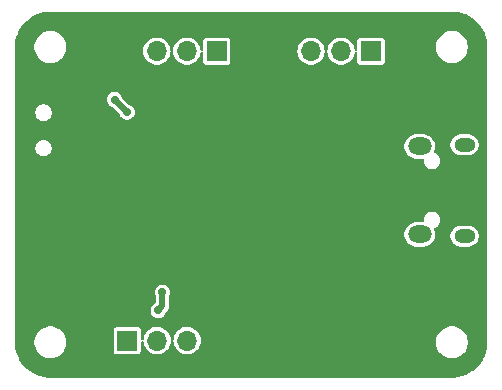
<source format=gbr>
%TF.GenerationSoftware,KiCad,Pcbnew,8.0.8*%
%TF.CreationDate,2025-02-01T16:42:16+07:00*%
%TF.ProjectId,stm32-blue-pill-backups,73746d33-322d-4626-9c75-652d70696c6c,rev?*%
%TF.SameCoordinates,Original*%
%TF.FileFunction,Copper,L2,Bot*%
%TF.FilePolarity,Positive*%
%FSLAX46Y46*%
G04 Gerber Fmt 4.6, Leading zero omitted, Abs format (unit mm)*
G04 Created by KiCad (PCBNEW 8.0.8) date 2025-02-01 16:42:16*
%MOMM*%
%LPD*%
G01*
G04 APERTURE LIST*
%TA.AperFunction,ComponentPad*%
%ADD10R,1.700000X1.700000*%
%TD*%
%TA.AperFunction,ComponentPad*%
%ADD11O,1.700000X1.700000*%
%TD*%
%TA.AperFunction,HeatsinkPad*%
%ADD12O,1.800000X1.150000*%
%TD*%
%TA.AperFunction,HeatsinkPad*%
%ADD13O,2.000000X1.450000*%
%TD*%
%TA.AperFunction,ViaPad*%
%ADD14C,0.700000*%
%TD*%
%TA.AperFunction,Conductor*%
%ADD15C,0.500000*%
%TD*%
G04 APERTURE END LIST*
D10*
%TO.P,SWD,1,Pin_1*%
%TO.N,+3.3V*%
X135120000Y-85000000D03*
D11*
%TO.P,SWD,2,Pin_2*%
%TO.N,/SWDIO*%
X132580000Y-85000000D03*
%TO.P,SWD,3,Pin_3*%
%TO.N,/SWCLK*%
X130040000Y-85000000D03*
%TO.P,SWD,4,Pin_4*%
%TO.N,GND*%
X127500000Y-85000000D03*
%TD*%
D10*
%TO.P,I2C2,1,Pin_1*%
%TO.N,+3.3V*%
X114470000Y-109500000D03*
D11*
%TO.P,I2C2,2,Pin_2*%
%TO.N,/I2C2_SCL*%
X117010000Y-109500000D03*
%TO.P,I2C2,3,Pin_3*%
%TO.N,/I2C2_SDA*%
X119550000Y-109500000D03*
%TO.P,I2C2,4,Pin_4*%
%TO.N,GND*%
X122090000Y-109500000D03*
%TD*%
D10*
%TO.P,UART,1,Pin_1*%
%TO.N,+3.3V*%
X122070000Y-85000000D03*
D11*
%TO.P,UART,2,Pin_2*%
%TO.N,/USART1_TX*%
X119530000Y-85000000D03*
%TO.P,UART,3,Pin_3*%
%TO.N,/USART1_RX*%
X116990000Y-85000000D03*
%TO.P,UART,4,Pin_4*%
%TO.N,GND*%
X114450000Y-85000000D03*
%TD*%
D12*
%TO.P,USB,6,Shield*%
%TO.N,unconnected-(J1-Shield-Pad6)_2*%
X143035000Y-92920000D03*
D13*
%TO.N,unconnected-(J1-Shield-Pad6)*%
X139235000Y-93070000D03*
%TO.N,unconnected-(J1-Shield-Pad6)_1*%
X139235000Y-100520000D03*
D12*
%TO.N,unconnected-(J1-Shield-Pad6)_3*%
X143035000Y-100670000D03*
%TD*%
D14*
%TO.N,GND*%
X115233155Y-97190000D03*
%TO.N,+3.3V*%
X114464975Y-90144975D03*
X113410000Y-89100000D03*
X117110000Y-106950000D03*
X117460000Y-105430000D03*
%TO.N,GND*%
X139840000Y-104070000D03*
X135920000Y-104040000D03*
X133500000Y-105670000D03*
X132520000Y-105670000D03*
X132940000Y-100830000D03*
X132940000Y-101930000D03*
X138040000Y-95480000D03*
X119660000Y-95140000D03*
X128900000Y-95970000D03*
X124160000Y-100910000D03*
X119110000Y-99130000D03*
X124380000Y-109520000D03*
X115880000Y-101690000D03*
X121060000Y-103990000D03*
X127490000Y-86950000D03*
X112160000Y-85000000D03*
X110730000Y-88870000D03*
X109900000Y-98020000D03*
X113090000Y-94300000D03*
X114590000Y-94690000D03*
X115900000Y-93740000D03*
%TD*%
D15*
%TO.N,+3.3V*%
X113420000Y-89100000D02*
X114464975Y-90144975D01*
X113410000Y-89100000D02*
X113420000Y-89100000D01*
X117460000Y-106600000D02*
X117110000Y-106950000D01*
X117460000Y-105430000D02*
X117460000Y-106600000D01*
%TD*%
%TA.AperFunction,Conductor*%
%TO.N,GND*%
G36*
X141970855Y-81650011D02*
G01*
X142132269Y-81652274D01*
X142144390Y-81653041D01*
X142448553Y-81687312D01*
X142465992Y-81689277D01*
X142479700Y-81691606D01*
X142794366Y-81763426D01*
X142807725Y-81767273D01*
X143112392Y-81873881D01*
X143125228Y-81879199D01*
X143416025Y-82019239D01*
X143428195Y-82025965D01*
X143701486Y-82197685D01*
X143712827Y-82205732D01*
X143965173Y-82406971D01*
X143975541Y-82416237D01*
X144203762Y-82644458D01*
X144213028Y-82654826D01*
X144414267Y-82907172D01*
X144422314Y-82918513D01*
X144594034Y-83191804D01*
X144600760Y-83203974D01*
X144740798Y-83494766D01*
X144746120Y-83507613D01*
X144852724Y-83812270D01*
X144856573Y-83825633D01*
X144928393Y-84140299D01*
X144930722Y-84154007D01*
X144966957Y-84475597D01*
X144967725Y-84487743D01*
X144969988Y-84649144D01*
X144970000Y-84650882D01*
X144970000Y-109649117D01*
X144969988Y-109650855D01*
X144967725Y-109812256D01*
X144966957Y-109824402D01*
X144930722Y-110145992D01*
X144928393Y-110159700D01*
X144856573Y-110474366D01*
X144852724Y-110487729D01*
X144746120Y-110792386D01*
X144740798Y-110805233D01*
X144600760Y-111096025D01*
X144594034Y-111108195D01*
X144422314Y-111381486D01*
X144414267Y-111392827D01*
X144213028Y-111645173D01*
X144203762Y-111655541D01*
X143975541Y-111883762D01*
X143965173Y-111893028D01*
X143712827Y-112094267D01*
X143701486Y-112102314D01*
X143428195Y-112274034D01*
X143416025Y-112280760D01*
X143125233Y-112420798D01*
X143112386Y-112426120D01*
X142807729Y-112532724D01*
X142794366Y-112536573D01*
X142479700Y-112608393D01*
X142465992Y-112610722D01*
X142144402Y-112646957D01*
X142132256Y-112647725D01*
X141970856Y-112649988D01*
X141969118Y-112650000D01*
X107970882Y-112650000D01*
X107969144Y-112649988D01*
X107807743Y-112647725D01*
X107795597Y-112646957D01*
X107474007Y-112610722D01*
X107460299Y-112608393D01*
X107145633Y-112536573D01*
X107132270Y-112532724D01*
X106827613Y-112426120D01*
X106814766Y-112420798D01*
X106523974Y-112280760D01*
X106511804Y-112274034D01*
X106238513Y-112102314D01*
X106227172Y-112094267D01*
X105974826Y-111893028D01*
X105964458Y-111883762D01*
X105736237Y-111655541D01*
X105726971Y-111645173D01*
X105525732Y-111392827D01*
X105517685Y-111381486D01*
X105345965Y-111108195D01*
X105339239Y-111096025D01*
X105293237Y-111000500D01*
X105199199Y-110805228D01*
X105193879Y-110792386D01*
X105143211Y-110647586D01*
X105087273Y-110487725D01*
X105083426Y-110474366D01*
X105011606Y-110159700D01*
X105009277Y-110145992D01*
X105005025Y-110108253D01*
X104973041Y-109824390D01*
X104972274Y-109812269D01*
X104970012Y-109650855D01*
X104970000Y-109649117D01*
X104970000Y-109543713D01*
X106619500Y-109543713D01*
X106619500Y-109756286D01*
X106645016Y-109917392D01*
X106652754Y-109966243D01*
X106715612Y-110159700D01*
X106718444Y-110168414D01*
X106814951Y-110357820D01*
X106939890Y-110529786D01*
X107090213Y-110680109D01*
X107262179Y-110805048D01*
X107262181Y-110805049D01*
X107262184Y-110805051D01*
X107451588Y-110901557D01*
X107653757Y-110967246D01*
X107863713Y-111000500D01*
X107863714Y-111000500D01*
X108076286Y-111000500D01*
X108076287Y-111000500D01*
X108286243Y-110967246D01*
X108488412Y-110901557D01*
X108677816Y-110805051D01*
X108699789Y-110789086D01*
X108849786Y-110680109D01*
X108849788Y-110680106D01*
X108849792Y-110680104D01*
X109000104Y-110529792D01*
X109000106Y-110529788D01*
X109000109Y-110529786D01*
X109125048Y-110357820D01*
X109125047Y-110357820D01*
X109125051Y-110357816D01*
X109221557Y-110168412D01*
X109287246Y-109966243D01*
X109320500Y-109756287D01*
X109320500Y-109543713D01*
X109287246Y-109333757D01*
X109221557Y-109131588D01*
X109125051Y-108942184D01*
X109125049Y-108942181D01*
X109125048Y-108942179D01*
X109000109Y-108770213D01*
X108849786Y-108619890D01*
X108829472Y-108605131D01*
X113319500Y-108605131D01*
X113319500Y-110394856D01*
X113319502Y-110394882D01*
X113322413Y-110419987D01*
X113322415Y-110419991D01*
X113367793Y-110522764D01*
X113367794Y-110522765D01*
X113447235Y-110602206D01*
X113550009Y-110647585D01*
X113575135Y-110650500D01*
X115364864Y-110650499D01*
X115364879Y-110650497D01*
X115364882Y-110650497D01*
X115389987Y-110647586D01*
X115389988Y-110647585D01*
X115389991Y-110647585D01*
X115492765Y-110602206D01*
X115572206Y-110522765D01*
X115617585Y-110419991D01*
X115620500Y-110394865D01*
X115620499Y-109656046D01*
X115640183Y-109589009D01*
X115692987Y-109543254D01*
X115762146Y-109533310D01*
X115825702Y-109562335D01*
X115863476Y-109621113D01*
X115867970Y-109644606D01*
X115874244Y-109712310D01*
X115906137Y-109824402D01*
X115932596Y-109917392D01*
X115932596Y-109917394D01*
X116027632Y-110108253D01*
X116073064Y-110168414D01*
X116156128Y-110278407D01*
X116313698Y-110422052D01*
X116494981Y-110534298D01*
X116693802Y-110611321D01*
X116903390Y-110650500D01*
X116903392Y-110650500D01*
X117116608Y-110650500D01*
X117116610Y-110650500D01*
X117326198Y-110611321D01*
X117525019Y-110534298D01*
X117706302Y-110422052D01*
X117863872Y-110278407D01*
X117992366Y-110108255D01*
X118087405Y-109917389D01*
X118145756Y-109712310D01*
X118156529Y-109596047D01*
X118182315Y-109531111D01*
X118224622Y-109500804D01*
X118333130Y-109500804D01*
X118369503Y-109521668D01*
X118401693Y-109583681D01*
X118403470Y-109596047D01*
X118414244Y-109712310D01*
X118446137Y-109824402D01*
X118472596Y-109917392D01*
X118472596Y-109917394D01*
X118567632Y-110108253D01*
X118613064Y-110168414D01*
X118696128Y-110278407D01*
X118853698Y-110422052D01*
X119034981Y-110534298D01*
X119233802Y-110611321D01*
X119443390Y-110650500D01*
X119443392Y-110650500D01*
X119656608Y-110650500D01*
X119656610Y-110650500D01*
X119866198Y-110611321D01*
X120065019Y-110534298D01*
X120246302Y-110422052D01*
X120403872Y-110278407D01*
X120532366Y-110108255D01*
X120627405Y-109917389D01*
X120685756Y-109712310D01*
X120701378Y-109543713D01*
X140619500Y-109543713D01*
X140619500Y-109756286D01*
X140645016Y-109917392D01*
X140652754Y-109966243D01*
X140715612Y-110159700D01*
X140718444Y-110168414D01*
X140814951Y-110357820D01*
X140939890Y-110529786D01*
X141090213Y-110680109D01*
X141262179Y-110805048D01*
X141262181Y-110805049D01*
X141262184Y-110805051D01*
X141451588Y-110901557D01*
X141653757Y-110967246D01*
X141863713Y-111000500D01*
X141863714Y-111000500D01*
X142076286Y-111000500D01*
X142076287Y-111000500D01*
X142286243Y-110967246D01*
X142488412Y-110901557D01*
X142677816Y-110805051D01*
X142699789Y-110789086D01*
X142849786Y-110680109D01*
X142849788Y-110680106D01*
X142849792Y-110680104D01*
X143000104Y-110529792D01*
X143000106Y-110529788D01*
X143000109Y-110529786D01*
X143125048Y-110357820D01*
X143125047Y-110357820D01*
X143125051Y-110357816D01*
X143221557Y-110168412D01*
X143287246Y-109966243D01*
X143320500Y-109756287D01*
X143320500Y-109543713D01*
X143287246Y-109333757D01*
X143221557Y-109131588D01*
X143125051Y-108942184D01*
X143125049Y-108942181D01*
X143125048Y-108942179D01*
X143000109Y-108770213D01*
X142849786Y-108619890D01*
X142677820Y-108494951D01*
X142488414Y-108398444D01*
X142488413Y-108398443D01*
X142488412Y-108398443D01*
X142286243Y-108332754D01*
X142286241Y-108332753D01*
X142286240Y-108332753D01*
X142124957Y-108307208D01*
X142076287Y-108299500D01*
X141863713Y-108299500D01*
X141815042Y-108307208D01*
X141653760Y-108332753D01*
X141653757Y-108332754D01*
X141453589Y-108397793D01*
X141451585Y-108398444D01*
X141262179Y-108494951D01*
X141090213Y-108619890D01*
X140939890Y-108770213D01*
X140814951Y-108942179D01*
X140718444Y-109131585D01*
X140652753Y-109333760D01*
X140619500Y-109543713D01*
X120701378Y-109543713D01*
X120705429Y-109500000D01*
X120685756Y-109287690D01*
X120627405Y-109082611D01*
X120627403Y-109082606D01*
X120627403Y-109082605D01*
X120532367Y-108891746D01*
X120403872Y-108721593D01*
X120292316Y-108619896D01*
X120246302Y-108577948D01*
X120065019Y-108465702D01*
X120065017Y-108465701D01*
X119965608Y-108427190D01*
X119866198Y-108388679D01*
X119656610Y-108349500D01*
X119443390Y-108349500D01*
X119233802Y-108388679D01*
X119233799Y-108388679D01*
X119233799Y-108388680D01*
X119034982Y-108465701D01*
X119034980Y-108465702D01*
X118853699Y-108577947D01*
X118696127Y-108721593D01*
X118567632Y-108891746D01*
X118472596Y-109082605D01*
X118472596Y-109082607D01*
X118414244Y-109287689D01*
X118403471Y-109403951D01*
X118377685Y-109468888D01*
X118333130Y-109500804D01*
X118224622Y-109500804D01*
X118226869Y-109499194D01*
X118190497Y-109478331D01*
X118158307Y-109416318D01*
X118156529Y-109403951D01*
X118153175Y-109367759D01*
X118145756Y-109287690D01*
X118087405Y-109082611D01*
X118087403Y-109082606D01*
X118087403Y-109082605D01*
X117992367Y-108891746D01*
X117863872Y-108721593D01*
X117752316Y-108619896D01*
X117706302Y-108577948D01*
X117525019Y-108465702D01*
X117525017Y-108465701D01*
X117425608Y-108427190D01*
X117326198Y-108388679D01*
X117116610Y-108349500D01*
X116903390Y-108349500D01*
X116693802Y-108388679D01*
X116693799Y-108388679D01*
X116693799Y-108388680D01*
X116494982Y-108465701D01*
X116494980Y-108465702D01*
X116313699Y-108577947D01*
X116156127Y-108721593D01*
X116027632Y-108891746D01*
X115932596Y-109082605D01*
X115932596Y-109082607D01*
X115874244Y-109287689D01*
X115867970Y-109355394D01*
X115842183Y-109420331D01*
X115785383Y-109461018D01*
X115715602Y-109464538D01*
X115654995Y-109429772D01*
X115622806Y-109367759D01*
X115620499Y-109343952D01*
X115620499Y-108605143D01*
X115620499Y-108605136D01*
X115620497Y-108605117D01*
X115617586Y-108580012D01*
X115617585Y-108580010D01*
X115617585Y-108580009D01*
X115572206Y-108477235D01*
X115492765Y-108397794D01*
X115472124Y-108388680D01*
X115389992Y-108352415D01*
X115364865Y-108349500D01*
X113575143Y-108349500D01*
X113575117Y-108349502D01*
X113550012Y-108352413D01*
X113550008Y-108352415D01*
X113447235Y-108397793D01*
X113367794Y-108477234D01*
X113322415Y-108580006D01*
X113322415Y-108580008D01*
X113319500Y-108605131D01*
X108829472Y-108605131D01*
X108677820Y-108494951D01*
X108488414Y-108398444D01*
X108488413Y-108398443D01*
X108488412Y-108398443D01*
X108286243Y-108332754D01*
X108286241Y-108332753D01*
X108286240Y-108332753D01*
X108124957Y-108307208D01*
X108076287Y-108299500D01*
X107863713Y-108299500D01*
X107815042Y-108307208D01*
X107653760Y-108332753D01*
X107653757Y-108332754D01*
X107453589Y-108397793D01*
X107451585Y-108398444D01*
X107262179Y-108494951D01*
X107090213Y-108619890D01*
X106939890Y-108770213D01*
X106814951Y-108942179D01*
X106718444Y-109131585D01*
X106652753Y-109333760D01*
X106619500Y-109543713D01*
X104970000Y-109543713D01*
X104970000Y-106949999D01*
X116454722Y-106949999D01*
X116454722Y-106950000D01*
X116473762Y-107106818D01*
X116529780Y-107254523D01*
X116619517Y-107384530D01*
X116737760Y-107489283D01*
X116737762Y-107489284D01*
X116877634Y-107562696D01*
X117031014Y-107600500D01*
X117031015Y-107600500D01*
X117188985Y-107600500D01*
X117342365Y-107562696D01*
X117482240Y-107489283D01*
X117600483Y-107384530D01*
X117690220Y-107254523D01*
X117745676Y-107108295D01*
X117773933Y-107064590D01*
X117900510Y-106938015D01*
X117972984Y-106812485D01*
X117993072Y-106737515D01*
X118010500Y-106672475D01*
X118010500Y-105816219D01*
X118030185Y-105749180D01*
X118032434Y-105745802D01*
X118040220Y-105734523D01*
X118096237Y-105586818D01*
X118115278Y-105430000D01*
X118096237Y-105273182D01*
X118040220Y-105125477D01*
X117950483Y-104995470D01*
X117832240Y-104890717D01*
X117832238Y-104890716D01*
X117832237Y-104890715D01*
X117692365Y-104817303D01*
X117538986Y-104779500D01*
X117538985Y-104779500D01*
X117381015Y-104779500D01*
X117381014Y-104779500D01*
X117227634Y-104817303D01*
X117087762Y-104890715D01*
X116969516Y-104995471D01*
X116879781Y-105125475D01*
X116879780Y-105125476D01*
X116823762Y-105273181D01*
X116804722Y-105429999D01*
X116804722Y-105430000D01*
X116823762Y-105586818D01*
X116879780Y-105734523D01*
X116887548Y-105745777D01*
X116909433Y-105812130D01*
X116909500Y-105816219D01*
X116909500Y-106245619D01*
X116889815Y-106312658D01*
X116843127Y-106355415D01*
X116737761Y-106410716D01*
X116619516Y-106515471D01*
X116529781Y-106645475D01*
X116529780Y-106645476D01*
X116473762Y-106793181D01*
X116454722Y-106949999D01*
X104970000Y-106949999D01*
X104970000Y-100418992D01*
X137934500Y-100418992D01*
X137934500Y-100621007D01*
X137973907Y-100819119D01*
X137973909Y-100819127D01*
X138051212Y-101005752D01*
X138051217Y-101005762D01*
X138163441Y-101173718D01*
X138306281Y-101316558D01*
X138474237Y-101428782D01*
X138474241Y-101428784D01*
X138474244Y-101428786D01*
X138660873Y-101506091D01*
X138858992Y-101545499D01*
X138858996Y-101545500D01*
X138858997Y-101545500D01*
X139611004Y-101545500D01*
X139611005Y-101545499D01*
X139809127Y-101506091D01*
X139995756Y-101428786D01*
X140163718Y-101316558D01*
X140306558Y-101173718D01*
X140418786Y-101005756D01*
X140496091Y-100819127D01*
X140535500Y-100621003D01*
X140535500Y-100583766D01*
X141834500Y-100583766D01*
X141834500Y-100756233D01*
X141868143Y-100925366D01*
X141868146Y-100925378D01*
X141934138Y-101084698D01*
X141934145Y-101084711D01*
X142029954Y-101228098D01*
X142029957Y-101228102D01*
X142151897Y-101350042D01*
X142151901Y-101350045D01*
X142295288Y-101445854D01*
X142295301Y-101445861D01*
X142440708Y-101506090D01*
X142454626Y-101511855D01*
X142623766Y-101545499D01*
X142623769Y-101545500D01*
X142623771Y-101545500D01*
X143446231Y-101545500D01*
X143446232Y-101545499D01*
X143615374Y-101511855D01*
X143774705Y-101445858D01*
X143918099Y-101350045D01*
X144040045Y-101228099D01*
X144135858Y-101084705D01*
X144201855Y-100925374D01*
X144235500Y-100756229D01*
X144235500Y-100583771D01*
X144235500Y-100583768D01*
X144235499Y-100583766D01*
X144201856Y-100414633D01*
X144201855Y-100414626D01*
X144201853Y-100414621D01*
X144135861Y-100255301D01*
X144135854Y-100255288D01*
X144040045Y-100111901D01*
X144040042Y-100111897D01*
X143918102Y-99989957D01*
X143918098Y-99989954D01*
X143774711Y-99894145D01*
X143774698Y-99894138D01*
X143615378Y-99828146D01*
X143615366Y-99828143D01*
X143446232Y-99794500D01*
X143446229Y-99794500D01*
X142623771Y-99794500D01*
X142623768Y-99794500D01*
X142454633Y-99828143D01*
X142454621Y-99828146D01*
X142295301Y-99894138D01*
X142295288Y-99894145D01*
X142151901Y-99989954D01*
X142151897Y-99989957D01*
X142029957Y-100111897D01*
X142029954Y-100111901D01*
X141934145Y-100255288D01*
X141934138Y-100255301D01*
X141868146Y-100414621D01*
X141868143Y-100414633D01*
X141834500Y-100583766D01*
X140535500Y-100583766D01*
X140535500Y-100418997D01*
X140496091Y-100220873D01*
X140454932Y-100121507D01*
X140447463Y-100052037D01*
X140478738Y-99989558D01*
X140529060Y-99959700D01*
X140528207Y-99957452D01*
X140535222Y-99954790D01*
X140535225Y-99954790D01*
X140685852Y-99875734D01*
X140813183Y-99762929D01*
X140909818Y-99622930D01*
X140970140Y-99463872D01*
X140990645Y-99295000D01*
X140970140Y-99126128D01*
X140909818Y-98967070D01*
X140813183Y-98827071D01*
X140685852Y-98714266D01*
X140685849Y-98714263D01*
X140535226Y-98635210D01*
X140370056Y-98594500D01*
X140199944Y-98594500D01*
X140034773Y-98635210D01*
X139884150Y-98714263D01*
X139756816Y-98827072D01*
X139660182Y-98967068D01*
X139599860Y-99126125D01*
X139599859Y-99126130D01*
X139579355Y-99294999D01*
X139586708Y-99355553D01*
X139575248Y-99424476D01*
X139528344Y-99476263D01*
X139463612Y-99494500D01*
X138858992Y-99494500D01*
X138660880Y-99533907D01*
X138660872Y-99533909D01*
X138474247Y-99611212D01*
X138474237Y-99611217D01*
X138306281Y-99723441D01*
X138163441Y-99866281D01*
X138051217Y-100034237D01*
X138051212Y-100034247D01*
X137973909Y-100220872D01*
X137973907Y-100220880D01*
X137934500Y-100418992D01*
X104970000Y-100418992D01*
X104970000Y-93268995D01*
X106689499Y-93268995D01*
X106716418Y-93404322D01*
X106716421Y-93404332D01*
X106769221Y-93531804D01*
X106769228Y-93531817D01*
X106845885Y-93646541D01*
X106845888Y-93646545D01*
X106943454Y-93744111D01*
X106943458Y-93744114D01*
X107058182Y-93820771D01*
X107058195Y-93820778D01*
X107168719Y-93866558D01*
X107185672Y-93873580D01*
X107185676Y-93873580D01*
X107185677Y-93873581D01*
X107321004Y-93900500D01*
X107321007Y-93900500D01*
X107458995Y-93900500D01*
X107550041Y-93882389D01*
X107594328Y-93873580D01*
X107721811Y-93820775D01*
X107836542Y-93744114D01*
X107934114Y-93646542D01*
X108010775Y-93531811D01*
X108063580Y-93404328D01*
X108090500Y-93268993D01*
X108090500Y-93131007D01*
X108090500Y-93131004D01*
X108063581Y-92995677D01*
X108063580Y-92995676D01*
X108063580Y-92995672D01*
X108052531Y-92968997D01*
X108052529Y-92968992D01*
X137934500Y-92968992D01*
X137934500Y-93171007D01*
X137973907Y-93369119D01*
X137973909Y-93369127D01*
X138051212Y-93555752D01*
X138051217Y-93555762D01*
X138163441Y-93723718D01*
X138306281Y-93866558D01*
X138474237Y-93978782D01*
X138474241Y-93978784D01*
X138474244Y-93978786D01*
X138660873Y-94056091D01*
X138858484Y-94095398D01*
X138858992Y-94095499D01*
X138858996Y-94095500D01*
X139463612Y-94095500D01*
X139530651Y-94115185D01*
X139576406Y-94167989D01*
X139586708Y-94234447D01*
X139579355Y-94295000D01*
X139599859Y-94463869D01*
X139599860Y-94463874D01*
X139660182Y-94622931D01*
X139722475Y-94713177D01*
X139756817Y-94762929D01*
X139862505Y-94856560D01*
X139884150Y-94875736D01*
X140034773Y-94954789D01*
X140034775Y-94954790D01*
X140199944Y-94995500D01*
X140370056Y-94995500D01*
X140535225Y-94954790D01*
X140614692Y-94913081D01*
X140685849Y-94875736D01*
X140685850Y-94875734D01*
X140685852Y-94875734D01*
X140813183Y-94762929D01*
X140909818Y-94622930D01*
X140970140Y-94463872D01*
X140990645Y-94295000D01*
X140970140Y-94126128D01*
X140958524Y-94095500D01*
X140943578Y-94056090D01*
X140909818Y-93967070D01*
X140813183Y-93827071D01*
X140685852Y-93714266D01*
X140685849Y-93714263D01*
X140535225Y-93635209D01*
X140528210Y-93632549D01*
X140529131Y-93630119D01*
X140479438Y-93601186D01*
X140447649Y-93538967D01*
X140454544Y-93469439D01*
X140454932Y-93468492D01*
X140481508Y-93404332D01*
X140496091Y-93369127D01*
X140535500Y-93171003D01*
X140535500Y-92968997D01*
X140508601Y-92833766D01*
X141834500Y-92833766D01*
X141834500Y-93006233D01*
X141868143Y-93175366D01*
X141868146Y-93175378D01*
X141934138Y-93334698D01*
X141934145Y-93334711D01*
X142029954Y-93478098D01*
X142029957Y-93478102D01*
X142151897Y-93600042D01*
X142151901Y-93600045D01*
X142295288Y-93695854D01*
X142295301Y-93695861D01*
X142411788Y-93744111D01*
X142454626Y-93761855D01*
X142623766Y-93795499D01*
X142623769Y-93795500D01*
X142623771Y-93795500D01*
X143446231Y-93795500D01*
X143446232Y-93795499D01*
X143615374Y-93761855D01*
X143774705Y-93695858D01*
X143918099Y-93600045D01*
X144040045Y-93478099D01*
X144135858Y-93334705D01*
X144201855Y-93175374D01*
X144235500Y-93006229D01*
X144235500Y-92833771D01*
X144235500Y-92833768D01*
X144235499Y-92833766D01*
X144222989Y-92770873D01*
X144201855Y-92664626D01*
X144144609Y-92526421D01*
X144135861Y-92505301D01*
X144135854Y-92505288D01*
X144040045Y-92361901D01*
X144040042Y-92361897D01*
X143918102Y-92239957D01*
X143918098Y-92239954D01*
X143774711Y-92144145D01*
X143774698Y-92144138D01*
X143615378Y-92078146D01*
X143615366Y-92078143D01*
X143446232Y-92044500D01*
X143446229Y-92044500D01*
X142623771Y-92044500D01*
X142623768Y-92044500D01*
X142454633Y-92078143D01*
X142454621Y-92078146D01*
X142295301Y-92144138D01*
X142295288Y-92144145D01*
X142151901Y-92239954D01*
X142151897Y-92239957D01*
X142029957Y-92361897D01*
X142029954Y-92361901D01*
X141934145Y-92505288D01*
X141934138Y-92505301D01*
X141868146Y-92664621D01*
X141868143Y-92664633D01*
X141834500Y-92833766D01*
X140508601Y-92833766D01*
X140496091Y-92770873D01*
X140418786Y-92584244D01*
X140418784Y-92584241D01*
X140418782Y-92584237D01*
X140306558Y-92416281D01*
X140163718Y-92273441D01*
X139995762Y-92161217D01*
X139995752Y-92161212D01*
X139809127Y-92083909D01*
X139809119Y-92083907D01*
X139611007Y-92044500D01*
X139611003Y-92044500D01*
X138858997Y-92044500D01*
X138858992Y-92044500D01*
X138660880Y-92083907D01*
X138660872Y-92083909D01*
X138474247Y-92161212D01*
X138474237Y-92161217D01*
X138306281Y-92273441D01*
X138163441Y-92416281D01*
X138051217Y-92584237D01*
X138051212Y-92584247D01*
X137973909Y-92770872D01*
X137973907Y-92770880D01*
X137934500Y-92968992D01*
X108052529Y-92968992D01*
X108010778Y-92868195D01*
X108010771Y-92868182D01*
X107934114Y-92753458D01*
X107934111Y-92753454D01*
X107836545Y-92655888D01*
X107836541Y-92655885D01*
X107721817Y-92579228D01*
X107721804Y-92579221D01*
X107594332Y-92526421D01*
X107594322Y-92526418D01*
X107458995Y-92499500D01*
X107458993Y-92499500D01*
X107321007Y-92499500D01*
X107321005Y-92499500D01*
X107185677Y-92526418D01*
X107185667Y-92526421D01*
X107058195Y-92579221D01*
X107058182Y-92579228D01*
X106943458Y-92655885D01*
X106943454Y-92655888D01*
X106845888Y-92753454D01*
X106845885Y-92753458D01*
X106769228Y-92868182D01*
X106769221Y-92868195D01*
X106716421Y-92995667D01*
X106716418Y-92995677D01*
X106689500Y-93131004D01*
X106689500Y-93131007D01*
X106689500Y-93268993D01*
X106689500Y-93268995D01*
X106689499Y-93268995D01*
X104970000Y-93268995D01*
X104970000Y-90268995D01*
X106689499Y-90268995D01*
X106716418Y-90404322D01*
X106716421Y-90404332D01*
X106769221Y-90531804D01*
X106769228Y-90531817D01*
X106845885Y-90646541D01*
X106845888Y-90646545D01*
X106943454Y-90744111D01*
X106943458Y-90744114D01*
X107058182Y-90820771D01*
X107058195Y-90820778D01*
X107185667Y-90873578D01*
X107185672Y-90873580D01*
X107185676Y-90873580D01*
X107185677Y-90873581D01*
X107321004Y-90900500D01*
X107321007Y-90900500D01*
X107458995Y-90900500D01*
X107550041Y-90882389D01*
X107594328Y-90873580D01*
X107721811Y-90820775D01*
X107836542Y-90744114D01*
X107934114Y-90646542D01*
X108010775Y-90531811D01*
X108063580Y-90404328D01*
X108083976Y-90301793D01*
X108090500Y-90268995D01*
X108090500Y-90131004D01*
X108063581Y-89995677D01*
X108063580Y-89995676D01*
X108063580Y-89995672D01*
X108060467Y-89988156D01*
X108010778Y-89868195D01*
X108010771Y-89868182D01*
X107934114Y-89753458D01*
X107934111Y-89753454D01*
X107836545Y-89655888D01*
X107836541Y-89655885D01*
X107721817Y-89579228D01*
X107721804Y-89579221D01*
X107594332Y-89526421D01*
X107594322Y-89526418D01*
X107458995Y-89499500D01*
X107458993Y-89499500D01*
X107321007Y-89499500D01*
X107321005Y-89499500D01*
X107185677Y-89526418D01*
X107185667Y-89526421D01*
X107058195Y-89579221D01*
X107058182Y-89579228D01*
X106943458Y-89655885D01*
X106943454Y-89655888D01*
X106845888Y-89753454D01*
X106845885Y-89753458D01*
X106769228Y-89868182D01*
X106769221Y-89868195D01*
X106716421Y-89995667D01*
X106716418Y-89995677D01*
X106689500Y-90131004D01*
X106689500Y-90131007D01*
X106689500Y-90268993D01*
X106689500Y-90268995D01*
X106689499Y-90268995D01*
X104970000Y-90268995D01*
X104970000Y-89099999D01*
X112754722Y-89099999D01*
X112754722Y-89100000D01*
X112773762Y-89256818D01*
X112829780Y-89404523D01*
X112919517Y-89534530D01*
X113037760Y-89639283D01*
X113177635Y-89712696D01*
X113245642Y-89729457D01*
X113303648Y-89762173D01*
X113801038Y-90259563D01*
X113829299Y-90303273D01*
X113884755Y-90449498D01*
X113974492Y-90579505D01*
X114092735Y-90684258D01*
X114092737Y-90684259D01*
X114232609Y-90757671D01*
X114385989Y-90795475D01*
X114385990Y-90795475D01*
X114543960Y-90795475D01*
X114697340Y-90757671D01*
X114723176Y-90744111D01*
X114837215Y-90684258D01*
X114955458Y-90579505D01*
X115045195Y-90449498D01*
X115101212Y-90301793D01*
X115120253Y-90144975D01*
X115102125Y-89995672D01*
X115101212Y-89988156D01*
X115079967Y-89932139D01*
X115045195Y-89840452D01*
X114955458Y-89710445D01*
X114837215Y-89605692D01*
X114837213Y-89605691D01*
X114837212Y-89605690D01*
X114697342Y-89532279D01*
X114642601Y-89518787D01*
X114584596Y-89486071D01*
X114067826Y-88969301D01*
X114039566Y-88925593D01*
X113990220Y-88795477D01*
X113900483Y-88665470D01*
X113782240Y-88560717D01*
X113782238Y-88560716D01*
X113782237Y-88560715D01*
X113642365Y-88487303D01*
X113488986Y-88449500D01*
X113488985Y-88449500D01*
X113331015Y-88449500D01*
X113331014Y-88449500D01*
X113177634Y-88487303D01*
X113037762Y-88560715D01*
X112919516Y-88665471D01*
X112829781Y-88795475D01*
X112829780Y-88795476D01*
X112773762Y-88943181D01*
X112754722Y-89099999D01*
X104970000Y-89099999D01*
X104970000Y-84650882D01*
X104970012Y-84649144D01*
X104971490Y-84543713D01*
X106619500Y-84543713D01*
X106619500Y-84756286D01*
X106651249Y-84956745D01*
X106652754Y-84966243D01*
X106714425Y-85156047D01*
X106718444Y-85168414D01*
X106814951Y-85357820D01*
X106939890Y-85529786D01*
X107090213Y-85680109D01*
X107262179Y-85805048D01*
X107262181Y-85805049D01*
X107262184Y-85805051D01*
X107451588Y-85901557D01*
X107653757Y-85967246D01*
X107863713Y-86000500D01*
X107863714Y-86000500D01*
X108076286Y-86000500D01*
X108076287Y-86000500D01*
X108286243Y-85967246D01*
X108488412Y-85901557D01*
X108677816Y-85805051D01*
X108714490Y-85778406D01*
X108849786Y-85680109D01*
X108849788Y-85680106D01*
X108849792Y-85680104D01*
X109000104Y-85529792D01*
X109000106Y-85529788D01*
X109000109Y-85529786D01*
X109125048Y-85357820D01*
X109125047Y-85357820D01*
X109125051Y-85357816D01*
X109221557Y-85168412D01*
X109276278Y-84999999D01*
X115834571Y-84999999D01*
X115834571Y-85000000D01*
X115854244Y-85212310D01*
X115912596Y-85417392D01*
X115912596Y-85417394D01*
X116007632Y-85608253D01*
X116007634Y-85608255D01*
X116136128Y-85778407D01*
X116293698Y-85922052D01*
X116474981Y-86034298D01*
X116673802Y-86111321D01*
X116883390Y-86150500D01*
X116883392Y-86150500D01*
X117096608Y-86150500D01*
X117096610Y-86150500D01*
X117306198Y-86111321D01*
X117505019Y-86034298D01*
X117686302Y-85922052D01*
X117843872Y-85778407D01*
X117972366Y-85608255D01*
X118067405Y-85417389D01*
X118125756Y-85212310D01*
X118136529Y-85096047D01*
X118162315Y-85031111D01*
X118204622Y-85000804D01*
X118313130Y-85000804D01*
X118349503Y-85021668D01*
X118381693Y-85083681D01*
X118383471Y-85096048D01*
X118394244Y-85212310D01*
X118452596Y-85417392D01*
X118452596Y-85417394D01*
X118547632Y-85608253D01*
X118547634Y-85608255D01*
X118676128Y-85778407D01*
X118833698Y-85922052D01*
X119014981Y-86034298D01*
X119213802Y-86111321D01*
X119423390Y-86150500D01*
X119423392Y-86150500D01*
X119636608Y-86150500D01*
X119636610Y-86150500D01*
X119846198Y-86111321D01*
X120045019Y-86034298D01*
X120226302Y-85922052D01*
X120383872Y-85778407D01*
X120512366Y-85608255D01*
X120607405Y-85417389D01*
X120665756Y-85212310D01*
X120672029Y-85144605D01*
X120697814Y-85079669D01*
X120754614Y-85038981D01*
X120824395Y-85035461D01*
X120885002Y-85070225D01*
X120917193Y-85132238D01*
X120919500Y-85156047D01*
X120919500Y-85894856D01*
X120919502Y-85894882D01*
X120922413Y-85919987D01*
X120922415Y-85919991D01*
X120967793Y-86022764D01*
X120967794Y-86022765D01*
X121047235Y-86102206D01*
X121150009Y-86147585D01*
X121175135Y-86150500D01*
X122964864Y-86150499D01*
X122964879Y-86150497D01*
X122964882Y-86150497D01*
X122989987Y-86147586D01*
X122989988Y-86147585D01*
X122989991Y-86147585D01*
X123092765Y-86102206D01*
X123172206Y-86022765D01*
X123217585Y-85919991D01*
X123220500Y-85894865D01*
X123220499Y-84999999D01*
X128884571Y-84999999D01*
X128884571Y-85000000D01*
X128904244Y-85212310D01*
X128962596Y-85417392D01*
X128962596Y-85417394D01*
X129057632Y-85608253D01*
X129057634Y-85608255D01*
X129186128Y-85778407D01*
X129343698Y-85922052D01*
X129524981Y-86034298D01*
X129723802Y-86111321D01*
X129933390Y-86150500D01*
X129933392Y-86150500D01*
X130146608Y-86150500D01*
X130146610Y-86150500D01*
X130356198Y-86111321D01*
X130555019Y-86034298D01*
X130736302Y-85922052D01*
X130893872Y-85778407D01*
X131022366Y-85608255D01*
X131117405Y-85417389D01*
X131175756Y-85212310D01*
X131186529Y-85096047D01*
X131212315Y-85031111D01*
X131254622Y-85000804D01*
X131363130Y-85000804D01*
X131399503Y-85021668D01*
X131431693Y-85083681D01*
X131433471Y-85096048D01*
X131444244Y-85212310D01*
X131502596Y-85417392D01*
X131502596Y-85417394D01*
X131597632Y-85608253D01*
X131597634Y-85608255D01*
X131726128Y-85778407D01*
X131883698Y-85922052D01*
X132064981Y-86034298D01*
X132263802Y-86111321D01*
X132473390Y-86150500D01*
X132473392Y-86150500D01*
X132686608Y-86150500D01*
X132686610Y-86150500D01*
X132896198Y-86111321D01*
X133095019Y-86034298D01*
X133276302Y-85922052D01*
X133433872Y-85778407D01*
X133562366Y-85608255D01*
X133657405Y-85417389D01*
X133715756Y-85212310D01*
X133722029Y-85144605D01*
X133747814Y-85079669D01*
X133804614Y-85038981D01*
X133874395Y-85035461D01*
X133935002Y-85070225D01*
X133967193Y-85132238D01*
X133969500Y-85156047D01*
X133969500Y-85894856D01*
X133969502Y-85894882D01*
X133972413Y-85919987D01*
X133972415Y-85919991D01*
X134017793Y-86022764D01*
X134017794Y-86022765D01*
X134097235Y-86102206D01*
X134200009Y-86147585D01*
X134225135Y-86150500D01*
X136014864Y-86150499D01*
X136014879Y-86150497D01*
X136014882Y-86150497D01*
X136039987Y-86147586D01*
X136039988Y-86147585D01*
X136039991Y-86147585D01*
X136142765Y-86102206D01*
X136222206Y-86022765D01*
X136267585Y-85919991D01*
X136270500Y-85894865D01*
X136270499Y-84543713D01*
X140619500Y-84543713D01*
X140619500Y-84756286D01*
X140651249Y-84956745D01*
X140652754Y-84966243D01*
X140714425Y-85156047D01*
X140718444Y-85168414D01*
X140814951Y-85357820D01*
X140939890Y-85529786D01*
X141090213Y-85680109D01*
X141262179Y-85805048D01*
X141262181Y-85805049D01*
X141262184Y-85805051D01*
X141451588Y-85901557D01*
X141653757Y-85967246D01*
X141863713Y-86000500D01*
X141863714Y-86000500D01*
X142076286Y-86000500D01*
X142076287Y-86000500D01*
X142286243Y-85967246D01*
X142488412Y-85901557D01*
X142677816Y-85805051D01*
X142714490Y-85778406D01*
X142849786Y-85680109D01*
X142849788Y-85680106D01*
X142849792Y-85680104D01*
X143000104Y-85529792D01*
X143000106Y-85529788D01*
X143000109Y-85529786D01*
X143125048Y-85357820D01*
X143125047Y-85357820D01*
X143125051Y-85357816D01*
X143221557Y-85168412D01*
X143287246Y-84966243D01*
X143320500Y-84756287D01*
X143320500Y-84543713D01*
X143287246Y-84333757D01*
X143221557Y-84131588D01*
X143125051Y-83942184D01*
X143125049Y-83942181D01*
X143125048Y-83942179D01*
X143000109Y-83770213D01*
X142849786Y-83619890D01*
X142677820Y-83494951D01*
X142488414Y-83398444D01*
X142488413Y-83398443D01*
X142488412Y-83398443D01*
X142286243Y-83332754D01*
X142286241Y-83332753D01*
X142286240Y-83332753D01*
X142124957Y-83307208D01*
X142076287Y-83299500D01*
X141863713Y-83299500D01*
X141815042Y-83307208D01*
X141653760Y-83332753D01*
X141451585Y-83398444D01*
X141262179Y-83494951D01*
X141090213Y-83619890D01*
X140939890Y-83770213D01*
X140814951Y-83942179D01*
X140718444Y-84131585D01*
X140652753Y-84333760D01*
X140619500Y-84543713D01*
X136270499Y-84543713D01*
X136270499Y-84105136D01*
X136270497Y-84105117D01*
X136267586Y-84080012D01*
X136267585Y-84080010D01*
X136267585Y-84080009D01*
X136222206Y-83977235D01*
X136142765Y-83897794D01*
X136122124Y-83888680D01*
X136039992Y-83852415D01*
X136014865Y-83849500D01*
X134225143Y-83849500D01*
X134225117Y-83849502D01*
X134200012Y-83852413D01*
X134200008Y-83852415D01*
X134097235Y-83897793D01*
X134017794Y-83977234D01*
X133972415Y-84080006D01*
X133972415Y-84080008D01*
X133969500Y-84105131D01*
X133969500Y-84843951D01*
X133949815Y-84910990D01*
X133897011Y-84956745D01*
X133827853Y-84966689D01*
X133764297Y-84937664D01*
X133726523Y-84878886D01*
X133722029Y-84855391D01*
X133715756Y-84787689D01*
X133676830Y-84650882D01*
X133657405Y-84582611D01*
X133657403Y-84582606D01*
X133657403Y-84582605D01*
X133562367Y-84391746D01*
X133433872Y-84221593D01*
X133344697Y-84140299D01*
X133276302Y-84077948D01*
X133095019Y-83965702D01*
X133095017Y-83965701D01*
X132995608Y-83927190D01*
X132896198Y-83888679D01*
X132686610Y-83849500D01*
X132473390Y-83849500D01*
X132263802Y-83888679D01*
X132263799Y-83888679D01*
X132263799Y-83888680D01*
X132064982Y-83965701D01*
X132064980Y-83965702D01*
X131883699Y-84077947D01*
X131726127Y-84221593D01*
X131597632Y-84391746D01*
X131502596Y-84582605D01*
X131502596Y-84582607D01*
X131444244Y-84787689D01*
X131433471Y-84903951D01*
X131407685Y-84968888D01*
X131363130Y-85000804D01*
X131254622Y-85000804D01*
X131256869Y-84999194D01*
X131220497Y-84978331D01*
X131188307Y-84916318D01*
X131186529Y-84903951D01*
X131180969Y-84843951D01*
X131175756Y-84787690D01*
X131117405Y-84582611D01*
X131117403Y-84582606D01*
X131117403Y-84582605D01*
X131022367Y-84391746D01*
X130893872Y-84221593D01*
X130804697Y-84140299D01*
X130736302Y-84077948D01*
X130555019Y-83965702D01*
X130555017Y-83965701D01*
X130455608Y-83927190D01*
X130356198Y-83888679D01*
X130146610Y-83849500D01*
X129933390Y-83849500D01*
X129723802Y-83888679D01*
X129723799Y-83888679D01*
X129723799Y-83888680D01*
X129524982Y-83965701D01*
X129524980Y-83965702D01*
X129343699Y-84077947D01*
X129186127Y-84221593D01*
X129057632Y-84391746D01*
X128962596Y-84582605D01*
X128962596Y-84582607D01*
X128904244Y-84787689D01*
X128884571Y-84999999D01*
X123220499Y-84999999D01*
X123220499Y-84105136D01*
X123220497Y-84105117D01*
X123217586Y-84080012D01*
X123217585Y-84080010D01*
X123217585Y-84080009D01*
X123172206Y-83977235D01*
X123092765Y-83897794D01*
X123072124Y-83888680D01*
X122989992Y-83852415D01*
X122964865Y-83849500D01*
X121175143Y-83849500D01*
X121175117Y-83849502D01*
X121150012Y-83852413D01*
X121150008Y-83852415D01*
X121047235Y-83897793D01*
X120967794Y-83977234D01*
X120922415Y-84080006D01*
X120922415Y-84080008D01*
X120919500Y-84105131D01*
X120919500Y-84843951D01*
X120899815Y-84910990D01*
X120847011Y-84956745D01*
X120777853Y-84966689D01*
X120714297Y-84937664D01*
X120676523Y-84878886D01*
X120672029Y-84855391D01*
X120665756Y-84787689D01*
X120626830Y-84650882D01*
X120607405Y-84582611D01*
X120607403Y-84582606D01*
X120607403Y-84582605D01*
X120512367Y-84391746D01*
X120383872Y-84221593D01*
X120294697Y-84140299D01*
X120226302Y-84077948D01*
X120045019Y-83965702D01*
X120045017Y-83965701D01*
X119945608Y-83927190D01*
X119846198Y-83888679D01*
X119636610Y-83849500D01*
X119423390Y-83849500D01*
X119213802Y-83888679D01*
X119213799Y-83888679D01*
X119213799Y-83888680D01*
X119014982Y-83965701D01*
X119014980Y-83965702D01*
X118833699Y-84077947D01*
X118676127Y-84221593D01*
X118547632Y-84391746D01*
X118452596Y-84582605D01*
X118452596Y-84582607D01*
X118394244Y-84787689D01*
X118383471Y-84903951D01*
X118357685Y-84968888D01*
X118313130Y-85000804D01*
X118204622Y-85000804D01*
X118206869Y-84999194D01*
X118170497Y-84978331D01*
X118138307Y-84916318D01*
X118136529Y-84903951D01*
X118130969Y-84843951D01*
X118125756Y-84787690D01*
X118067405Y-84582611D01*
X118067403Y-84582606D01*
X118067403Y-84582605D01*
X117972367Y-84391746D01*
X117843872Y-84221593D01*
X117754697Y-84140299D01*
X117686302Y-84077948D01*
X117505019Y-83965702D01*
X117505017Y-83965701D01*
X117405608Y-83927190D01*
X117306198Y-83888679D01*
X117096610Y-83849500D01*
X116883390Y-83849500D01*
X116673802Y-83888679D01*
X116673799Y-83888679D01*
X116673799Y-83888680D01*
X116474982Y-83965701D01*
X116474980Y-83965702D01*
X116293699Y-84077947D01*
X116136127Y-84221593D01*
X116007632Y-84391746D01*
X115912596Y-84582605D01*
X115912596Y-84582607D01*
X115854244Y-84787689D01*
X115834571Y-84999999D01*
X109276278Y-84999999D01*
X109287246Y-84966243D01*
X109320500Y-84756287D01*
X109320500Y-84543713D01*
X109287246Y-84333757D01*
X109221557Y-84131588D01*
X109125051Y-83942184D01*
X109125049Y-83942181D01*
X109125048Y-83942179D01*
X109000109Y-83770213D01*
X108849786Y-83619890D01*
X108677820Y-83494951D01*
X108488414Y-83398444D01*
X108488413Y-83398443D01*
X108488412Y-83398443D01*
X108286243Y-83332754D01*
X108286241Y-83332753D01*
X108286240Y-83332753D01*
X108124957Y-83307208D01*
X108076287Y-83299500D01*
X107863713Y-83299500D01*
X107815042Y-83307208D01*
X107653760Y-83332753D01*
X107451585Y-83398444D01*
X107262179Y-83494951D01*
X107090213Y-83619890D01*
X106939890Y-83770213D01*
X106814951Y-83942179D01*
X106718444Y-84131585D01*
X106652753Y-84333760D01*
X106619500Y-84543713D01*
X104971490Y-84543713D01*
X104972274Y-84487729D01*
X104973041Y-84475610D01*
X105009277Y-84154005D01*
X105011606Y-84140299D01*
X105083426Y-83825633D01*
X105087272Y-83812279D01*
X105193883Y-83507601D01*
X105199196Y-83494777D01*
X105339243Y-83203965D01*
X105345959Y-83191813D01*
X105517693Y-82918501D01*
X105525723Y-82907183D01*
X105726979Y-82654816D01*
X105736228Y-82644467D01*
X105964467Y-82416228D01*
X105974816Y-82406979D01*
X106227183Y-82205723D01*
X106238501Y-82197693D01*
X106511813Y-82025959D01*
X106523965Y-82019243D01*
X106814777Y-81879196D01*
X106827601Y-81873883D01*
X107132279Y-81767272D01*
X107145627Y-81763427D01*
X107363293Y-81713746D01*
X107460299Y-81691606D01*
X107474005Y-81689277D01*
X107795610Y-81653041D01*
X107807729Y-81652274D01*
X107969144Y-81650011D01*
X107970882Y-81650000D01*
X141969118Y-81650000D01*
X141970855Y-81650011D01*
G37*
%TD.AperFunction*%
%TD*%
M02*

</source>
